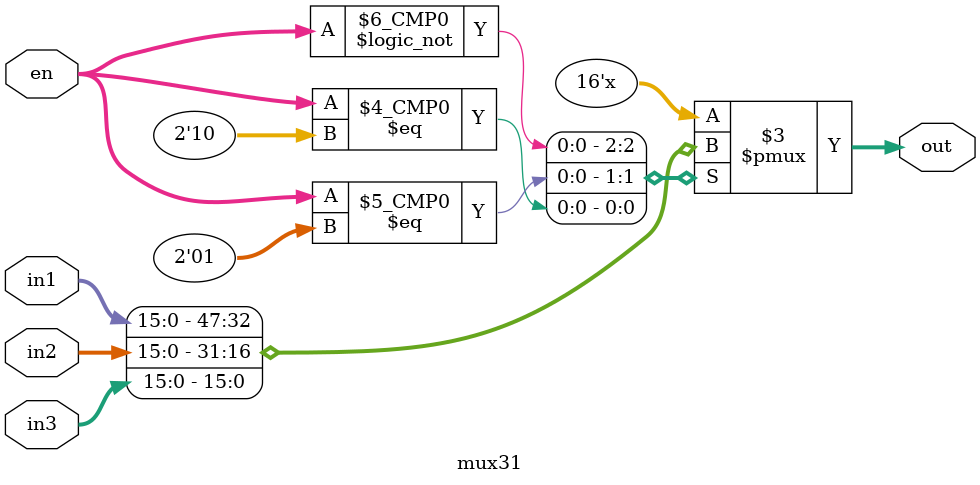
<source format=v>
`timescale 1ns / 1ps  

module mux31 (in1, in2, in3, en, out);
	
	input [15:0] in1, in2, in3;
	input [1:0] en;
	output reg [15:0] out;

	always @ (in1 or in2 or in3 or en)
	begin
		case (en)
		2'b00: out = in1;
		2'b01: out = in2;
		2'b10: out = in3;
		default: $display("Error in Mux 3 to 1");
		endcase
	end

endmodule

</source>
